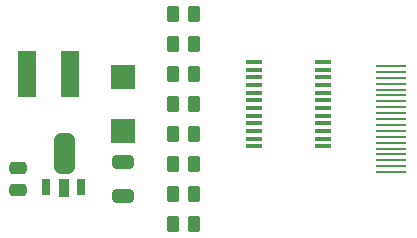
<source format=gtp>
%TF.GenerationSoftware,KiCad,Pcbnew,(6.0.5)*%
%TF.CreationDate,2022-06-04T23:49:02-06:00*%
%TF.ProjectId,PMOD_HDMI,504d4f44-5f48-4444-9d49-2e6b69636164,rev?*%
%TF.SameCoordinates,Original*%
%TF.FileFunction,Paste,Top*%
%TF.FilePolarity,Positive*%
%FSLAX46Y46*%
G04 Gerber Fmt 4.6, Leading zero omitted, Abs format (unit mm)*
G04 Created by KiCad (PCBNEW (6.0.5)) date 2022-06-04 23:49:02*
%MOMM*%
%LPD*%
G01*
G04 APERTURE LIST*
G04 Aperture macros list*
%AMRoundRect*
0 Rectangle with rounded corners*
0 $1 Rounding radius*
0 $2 $3 $4 $5 $6 $7 $8 $9 X,Y pos of 4 corners*
0 Add a 4 corners polygon primitive as box body*
4,1,4,$2,$3,$4,$5,$6,$7,$8,$9,$2,$3,0*
0 Add four circle primitives for the rounded corners*
1,1,$1+$1,$2,$3*
1,1,$1+$1,$4,$5*
1,1,$1+$1,$6,$7*
1,1,$1+$1,$8,$9*
0 Add four rect primitives between the rounded corners*
20,1,$1+$1,$2,$3,$4,$5,0*
20,1,$1+$1,$4,$5,$6,$7,0*
20,1,$1+$1,$6,$7,$8,$9,0*
20,1,$1+$1,$8,$9,$2,$3,0*%
G04 Aperture macros list end*
%ADD10C,0.010000*%
%ADD11C,1.300000*%
%ADD12R,0.800000X1.400000*%
%ADD13R,1.500000X4.000000*%
%ADD14R,2.600000X0.280000*%
%ADD15R,1.475000X0.450000*%
%ADD16R,2.150000X2.150000*%
%ADD17RoundRect,0.250000X-0.262500X-0.450000X0.262500X-0.450000X0.262500X0.450000X-0.262500X0.450000X0*%
%ADD18RoundRect,0.250000X-0.650000X0.325000X-0.650000X-0.325000X0.650000X-0.325000X0.650000X0.325000X0*%
%ADD19RoundRect,0.250000X-0.475000X0.250000X-0.475000X-0.250000X0.475000X-0.250000X0.475000X0.250000X0*%
G04 APERTURE END LIST*
%TO.C,U1*%
G36*
X88030000Y-110630000D02*
G01*
X87230000Y-110630000D01*
X87230000Y-109230000D01*
X88030000Y-109230000D01*
X88030000Y-110630000D01*
G37*
D10*
X88030000Y-110630000D02*
X87230000Y-110630000D01*
X87230000Y-109230000D01*
X88030000Y-109230000D01*
X88030000Y-110630000D01*
G36*
X87905000Y-108075000D02*
G01*
X87380000Y-108075000D01*
X87380000Y-105900000D01*
X87905000Y-105900000D01*
X87905000Y-108075000D01*
G37*
D11*
X87905000Y-108075000D02*
X87380000Y-108075000D01*
X87380000Y-105900000D01*
X87905000Y-105900000D01*
X87905000Y-108075000D01*
%TD*%
D12*
%TO.C,U1*%
X86131000Y-109931000D03*
X89129000Y-109931000D03*
%TD*%
D13*
%TO.C,L1*%
X84560000Y-100330000D03*
X88160000Y-100330000D03*
%TD*%
D14*
%TO.C,J1*%
X115400000Y-99640000D03*
X115400000Y-100140000D03*
X115400000Y-100640000D03*
X115400000Y-101140000D03*
X115400000Y-101640000D03*
X115400000Y-102140000D03*
X115400000Y-102640000D03*
X115400000Y-103140000D03*
X115400000Y-103640000D03*
X115400000Y-104140000D03*
X115400000Y-104640000D03*
X115400000Y-105140000D03*
X115400000Y-105640000D03*
X115400000Y-106140000D03*
X115400000Y-106640000D03*
X115400000Y-107140000D03*
X115400000Y-107640000D03*
X115400000Y-108140000D03*
X115400000Y-108640000D03*
%TD*%
D15*
%TO.C,IC1*%
X103742000Y-99295000D03*
X103742000Y-99945000D03*
X103742000Y-100595000D03*
X103742000Y-101245000D03*
X103742000Y-101895000D03*
X103742000Y-102545000D03*
X103742000Y-103195000D03*
X103742000Y-103845000D03*
X103742000Y-104495000D03*
X103742000Y-105145000D03*
X103742000Y-105795000D03*
X103742000Y-106445000D03*
X109618000Y-106445000D03*
X109618000Y-105795000D03*
X109618000Y-105145000D03*
X109618000Y-104495000D03*
X109618000Y-103845000D03*
X109618000Y-103195000D03*
X109618000Y-102545000D03*
X109618000Y-101895000D03*
X109618000Y-101245000D03*
X109618000Y-100595000D03*
X109618000Y-99945000D03*
X109618000Y-99295000D03*
%TD*%
D16*
%TO.C,D1*%
X92710000Y-105170000D03*
X92710000Y-100570000D03*
%TD*%
D17*
%TO.C,R8*%
X96877500Y-113030000D03*
X98702500Y-113030000D03*
%TD*%
%TO.C,R7*%
X96877500Y-110490000D03*
X98702500Y-110490000D03*
%TD*%
%TO.C,R6*%
X96877500Y-97790000D03*
X98702500Y-97790000D03*
%TD*%
%TO.C,R5*%
X96877500Y-95250000D03*
X98702500Y-95250000D03*
%TD*%
%TO.C,R4*%
X96877500Y-102870000D03*
X98702500Y-102870000D03*
%TD*%
%TO.C,R3*%
X96877500Y-100330000D03*
X98702500Y-100330000D03*
%TD*%
%TO.C,R2*%
X96877500Y-107950000D03*
X98702500Y-107950000D03*
%TD*%
%TO.C,R1*%
X96877500Y-105410000D03*
X98702500Y-105410000D03*
%TD*%
D18*
%TO.C,C2*%
X92710000Y-107745000D03*
X92710000Y-110695000D03*
%TD*%
D19*
%TO.C,C1*%
X83820000Y-108270000D03*
X83820000Y-110170000D03*
%TD*%
M02*

</source>
